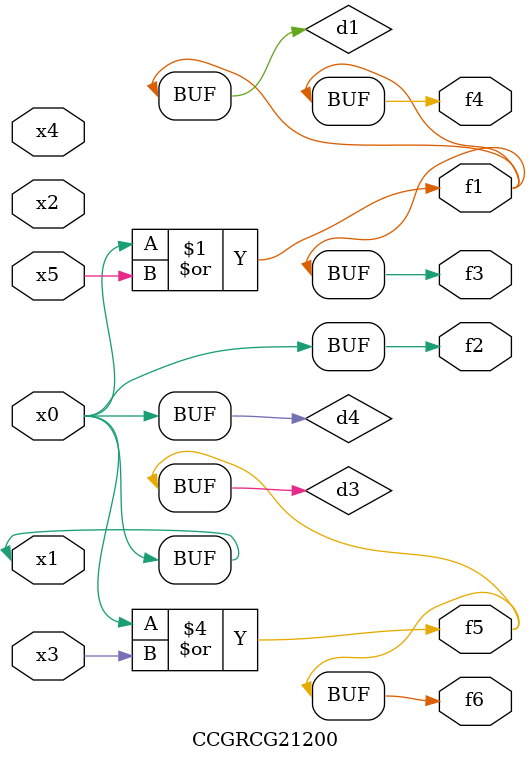
<source format=v>
module CCGRCG21200(
	input x0, x1, x2, x3, x4, x5,
	output f1, f2, f3, f4, f5, f6
);

	wire d1, d2, d3, d4;

	or (d1, x0, x5);
	xnor (d2, x1, x4);
	or (d3, x0, x3);
	buf (d4, x0, x1);
	assign f1 = d1;
	assign f2 = d4;
	assign f3 = d1;
	assign f4 = d1;
	assign f5 = d3;
	assign f6 = d3;
endmodule

</source>
